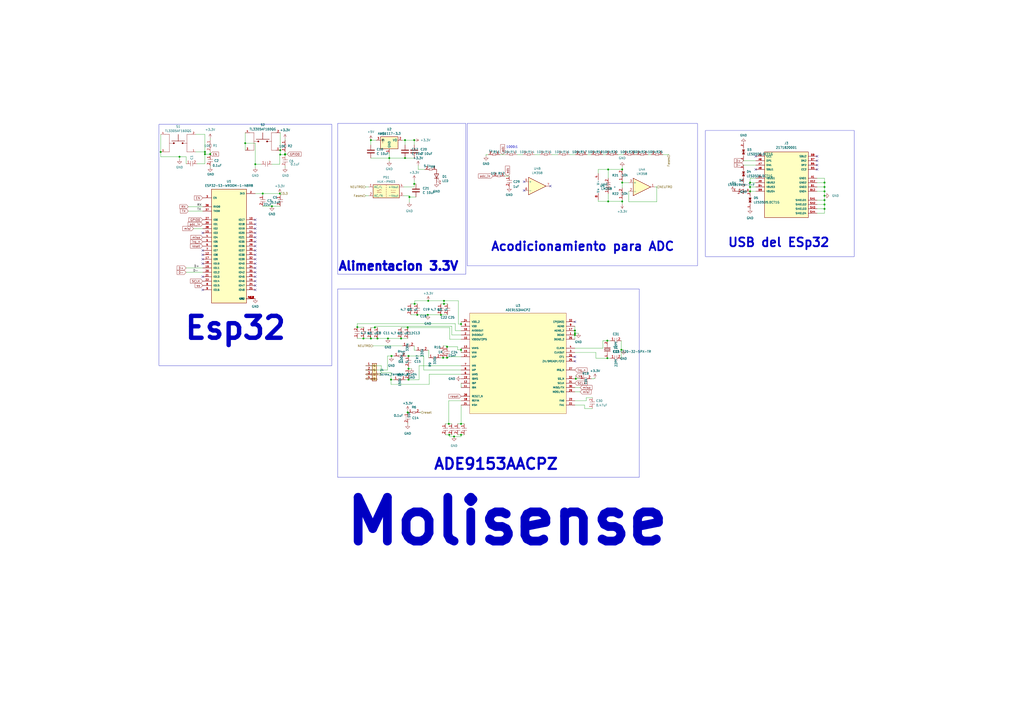
<source format=kicad_sch>
(kicad_sch (version 20230121) (generator eeschema)
  (paper "A2")
  (lib_symbols
    (symbol "1N5819HW-7-F:1N5819HW-7-F" (pin_names (offset 1.016))
      (property "Reference" "D" (at -5.08 2.54 0))
      (property "Value" "1N5819HW-7-F" (at -5.08 -3.81 0))
      (symbol "1N5819HW-7-F_0_0"
        (pin passive line (at -5.08 0 0) (length 2.54) (name "~") (number "A"))
        (pin passive line (at 5.08 0 180) (length 2.54) (name "~") (number "C"))
      )
    )
    (symbol "2171820001:2171820001" (pin_names (offset 1.016))
      (property "Reference" "J" (at -12.7 18.542 0))
      (property "Value" "2171820001" (at -12.7 -21.082 0))
      (symbol "2171820001_0_0"
        (pin power_in line (at 17.78 2.54 180) (length 5.08) (name "GND1") (number "A1"))
        (pin power_in line (at 17.78 0 180) (length 5.08) (name "GND2") (number "A12"))
        (pin power_in line (at -17.78 2.54 0) (length 5.08) (name "VBUS1") (number "A4"))
        (pin bidirectional line (at -17.78 15.24 0) (length 5.08) (name "CC1") (number "A5"))
        (pin bidirectional line (at -17.78 12.7 0) (length 5.08) (name "DP1") (number "A6"))
        (pin bidirectional line (at -17.78 10.16 0) (length 5.08) (name "DN1") (number "A7"))
        (pin bidirectional line (at -17.78 7.62 0) (length 5.08) (name "SBU1") (number "A8"))
        (pin power_in line (at -17.78 0 0) (length 5.08) (name "VBUS2") (number "A9"))
        (pin power_in line (at 17.78 -2.54 180) (length 5.08) (name "GND3") (number "B1"))
        (pin power_in line (at 17.78 -5.08 180) (length 5.08) (name "GND4") (number "B12"))
        (pin power_in line (at -17.78 -2.54 0) (length 5.08) (name "VBUS3") (number "B4"))
        (pin bidirectional line (at 17.78 7.62 180) (length 5.08) (name "CC2") (number "B5"))
        (pin bidirectional line (at 17.78 10.16 180) (length 5.08) (name "DP2") (number "B6"))
        (pin bidirectional line (at 17.78 12.7 180) (length 5.08) (name "DN2") (number "B7"))
        (pin bidirectional line (at 17.78 15.24 180) (length 5.08) (name "SBU2") (number "B8"))
        (pin power_in line (at -17.78 -5.08 0) (length 5.08) (name "VBUS4") (number "B9"))
        (pin passive line (at 17.78 -10.16 180) (length 5.08) (name "SHIELD1") (number "SH1"))
        (pin passive line (at 17.78 -12.7 180) (length 5.08) (name "SHIELD2") (number "SH2"))
        (pin passive line (at 17.78 -15.24 180) (length 5.08) (name "SHIELD3") (number "SH3"))
        (pin passive line (at 17.78 -17.78 180) (length 5.08) (name "SHIELD4") (number "SH4"))
      )
    )
    (symbol "ADE9153AACPZ:ADE9153AACPZ" (pin_names (offset 1.016))
      (property "Reference" "U" (at 30.8356 9.1186 0))
      (property "Value" "ADE9153AACPZ" (at 30.2006 6.5786 0))
      (symbol "ADE9153AACPZ_0_0"
        (pin passive line (at 68.58 -7.62 180) (length 5.08) (name "DGND") (number "1"))
        (pin passive line (at 2.54 -10.16 0) (length 5.08) (name "VDDOUT2P5") (number "10"))
        (pin passive line (at 2.54 -38.1 0) (length 5.08) (name "IBN") (number "11"))
        (pin passive line (at 2.54 -35.56 0) (length 5.08) (name "IBP") (number "12"))
        (pin passive line (at 2.54 -15.24 0) (length 5.08) (name "VAMS") (number "13"))
        (pin passive line (at 2.54 -20.32 0) (length 5.08) (name "VAP") (number "14"))
        (pin passive line (at 2.54 -17.78 0) (length 5.08) (name "VAN") (number "15"))
        (pin passive line (at 2.54 -5.08 0) (length 5.08) (name "AVDDOUT") (number "16"))
        (pin passive line (at 68.58 -5.08 180) (length 5.08) (name "AGND_2") (number "17"))
        (pin passive line (at 2.54 -45.72 0) (length 5.08) (name "REFIN") (number "18"))
        (pin passive line (at 2.54 -33.02 0) (length 5.08) (name "IBMS") (number "19"))
        (pin passive line (at 2.54 -7.62 0) (length 5.08) (name "DVDDOUT") (number "2"))
        (pin passive line (at 68.58 -10.16 180) (length 5.08) (name "DGND_2") (number "20"))
        (pin passive line (at 2.54 -48.26 0) (length 5.08) (name "MSH") (number "21"))
        (pin passive line (at 68.58 -48.26 180) (length 5.08) (name "FA1") (number "22"))
        (pin passive line (at 68.58 -45.72 180) (length 5.08) (name "FA0") (number "23"))
        (pin passive line (at 2.54 0 0) (length 5.08) (name "VDD_2") (number "24"))
        (pin passive line (at 68.58 -22.86 180) (length 5.08) (name "ZX/DREADY/CF2") (number "25"))
        (pin passive line (at 68.58 -20.32 180) (length 5.08) (name "CF1") (number "26"))
        (pin passive line (at 68.58 -27.94 180) (length 5.08) (name "IRQ_N") (number "27"))
        (pin passive line (at 2.54 -43.18 0) (length 5.08) (name "RESET_N") (number "28"))
        (pin passive line (at 68.58 -40.64 180) (length 5.08) (name "MOSI/RX") (number "29"))
        (pin passive line (at 68.58 -17.78 180) (length 5.08) (name "CLKOUT") (number "3"))
        (pin passive line (at 68.58 -38.1 180) (length 5.08) (name "MISO/TX") (number "30"))
        (pin passive line (at 68.58 -35.56 180) (length 5.08) (name "SCLK") (number "31"))
        (pin passive line (at 68.58 -33.02 180) (length 5.08) (name "SS_N") (number "32"))
        (pin passive line (at 68.58 0 180) (length 5.08) (name "EP(GND)") (number "33"))
        (pin passive line (at 68.58 -15.24 180) (length 5.08) (name "CLKIN") (number "4"))
        (pin passive line (at 2.54 -2.54 0) (length 5.08) (name "VDD") (number "5"))
        (pin passive line (at 2.54 -30.48 0) (length 5.08) (name "IAMS") (number "6"))
        (pin passive line (at 2.54 -25.4 0) (length 5.08) (name "IAN") (number "7"))
        (pin passive line (at 2.54 -27.94 0) (length 5.08) (name "IAP") (number "8"))
        (pin passive line (at 68.58 -2.54 180) (length 5.08) (name "AGND") (number "9"))
      )
    )
    (symbol "Amplifier_Operational:LM358" (pin_names (offset 0.127))
      (property "Reference" "U" (at 0 5.08 0))
      (property "Value" "LM358" (at 0 -5.08 0))
      (symbol "LM358_1_1"
        (pin output line (at 7.62 0 180) (length 2.54) (name "~") (number "1"))
        (pin input line (at -7.62 -2.54 0) (length 2.54) (name "-") (number "2"))
        (pin input line (at -7.62 2.54 0) (length 2.54) (name "+") (number "3"))
      )
      (symbol "LM358_2_1"
        (pin input line (at -7.62 2.54 0) (length 2.54) (name "+") (number "5"))
        (pin input line (at -7.62 -2.54 0) (length 2.54) (name "-") (number "6"))
        (pin output line (at 7.62 0 180) (length 2.54) (name "~") (number "7"))
      )
      (symbol "LM358_3_1"
        (pin power_in line (at -2.54 -7.62 90) (length 3.81) (name "V-") (number "4"))
        (pin power_in line (at -2.54 7.62 270) (length 3.81) (name "V+") (number "8"))
      )
    )
    (symbol "Connector:Screw_Terminal_01x04" (pin_names (offset 1.016) hide)
      (property "Reference" "J" (at 0 5.08 0))
      (property "Value" "Screw_Terminal_01x04" (at 0 -7.62 0))
      (symbol "Screw_Terminal_01x04_1_1"
        (pin passive line (at -5.08 2.54 0) (length 3.81) (name "Pin_1") (number "1"))
        (pin passive line (at -5.08 0 0) (length 3.81) (name "Pin_2") (number "2"))
        (pin passive line (at -5.08 -2.54 0) (length 3.81) (name "Pin_3") (number "3"))
        (pin passive line (at -5.08 -5.08 0) (length 3.81) (name "Pin_4") (number "4"))
      )
    )
    (symbol "Converter_ACDC:HLK-PM03"
      (property "Reference" "PS" (at 0 5.08 0))
      (property "Value" "HLK-PM03" (at 0 -5.08 0))
      (symbol "HLK-PM03_1_1"
        (pin power_in line (at -10.16 2.54 0) (length 2.54) (name "AC/L") (number "1"))
        (pin power_in line (at -10.16 -2.54 0) (length 2.54) (name "AC/N") (number "2"))
        (pin power_out line (at 10.16 -2.54 180) (length 2.54) (name "-Vout") (number "3"))
        (pin power_out line (at 10.16 2.54 180) (length 2.54) (name "+Vout") (number "4"))
      )
    )
    (symbol "Device:C" (pin_numbers hide) (pin_names (offset 0.254))
      (property "Reference" "C" (at 0.635 2.54 0))
      (property "Value" "C" (at 0.635 -2.54 0))
      (symbol "C_1_1"
        (pin passive line (at 0 3.81 270) (length 2.794) (name "~") (number "1"))
        (pin passive line (at 0 -3.81 90) (length 2.794) (name "~") (number "2"))
      )
    )
    (symbol "Device:LED" (pin_numbers hide) (pin_names (offset 1.016) hide)
      (property "Reference" "D" (at 0 2.54 0))
      (property "Value" "LED" (at 0 -2.54 0))
      (symbol "LED_1_1"
        (pin passive line (at -3.81 0 0) (length 2.54) (name "K") (number "1"))
        (pin passive line (at 3.81 0 180) (length 2.54) (name "A") (number "2"))
      )
    )
    (symbol "ECS-120-32-5PX-TR:ECS-120-32-5PX-TR" (pin_names (offset 1.016))
      (property "Reference" "Y" (at -5.0869 3.8152 0))
      (property "Value" "ECS-120-32-5PX-TR" (at -5.0903 -5.0903 0))
      (symbol "ECS-120-32-5PX-TR_0_0"
        (pin passive line (at -5.08 0 0) (length 2.54) (name "~") (number "1"))
        (pin passive line (at 5.08 0 180) (length 2.54) (name "~") (number "2"))
      )
    )
    (symbol "ESP32-S3-WROOM-1-N8R8:ESP32-S3-WROOM-1-N8R8" (pin_names (offset 1.016))
      (property "Reference" "U" (at -10.16 34.1122 0))
      (property "Value" "ESP32-S3-WROOM-1-N8R8" (at -10.16 -35.56 0))
      (symbol "ESP32-S3-WROOM-1-N8R8_0_0"
        (pin power_in line (at 15.24 -30.48 180) (length 5.08) (name "GND") (number "1"))
        (pin bidirectional line (at 15.24 15.24 180) (length 5.08) (name "IO17") (number "10"))
        (pin bidirectional line (at 15.24 12.7 180) (length 5.08) (name "IO18") (number "11"))
        (pin bidirectional line (at -15.24 -5.08 0) (length 5.08) (name "IO8") (number "12"))
        (pin bidirectional line (at 15.24 10.16 180) (length 5.08) (name "IO19") (number "13"))
        (pin bidirectional line (at 15.24 7.62 180) (length 5.08) (name "IO20") (number "14"))
        (pin bidirectional line (at -15.24 7.62 0) (length 5.08) (name "IO3") (number "15"))
        (pin bidirectional line (at 15.24 -20.32 180) (length 5.08) (name "IO46") (number "16"))
        (pin bidirectional line (at -15.24 -7.62 0) (length 5.08) (name "IO9") (number "17"))
        (pin bidirectional line (at -15.24 -10.16 0) (length 5.08) (name "IO10") (number "18"))
        (pin bidirectional line (at -15.24 -12.7 0) (length 5.08) (name "IO11") (number "19"))
        (pin power_in line (at 15.24 30.48 180) (length 5.08) (name "3V3") (number "2"))
        (pin bidirectional line (at -15.24 -15.24 0) (length 5.08) (name "IO12") (number "20"))
        (pin bidirectional line (at -15.24 -17.78 0) (length 5.08) (name "IO13") (number "21"))
        (pin bidirectional line (at -15.24 -20.32 0) (length 5.08) (name "IO14") (number "22"))
        (pin bidirectional line (at 15.24 5.08 180) (length 5.08) (name "IO21") (number "23"))
        (pin bidirectional line (at 15.24 -22.86 180) (length 5.08) (name "IO47") (number "24"))
        (pin bidirectional line (at 15.24 -25.4 180) (length 5.08) (name "IO48") (number "25"))
        (pin bidirectional line (at 15.24 -17.78 180) (length 5.08) (name "IO45") (number "26"))
        (pin bidirectional line (at -15.24 15.24 0) (length 5.08) (name "IO0") (number "27"))
        (pin bidirectional line (at 15.24 2.54 180) (length 5.08) (name "IO35") (number "28"))
        (pin bidirectional line (at 15.24 0 180) (length 5.08) (name "IO36") (number "29"))
        (pin input line (at -15.24 27.94 0) (length 5.08) (name "EN") (number "3"))
        (pin bidirectional line (at 15.24 -2.54 180) (length 5.08) (name "IO37") (number "30"))
        (pin bidirectional line (at 15.24 -5.08 180) (length 5.08) (name "IO38") (number "31"))
        (pin bidirectional line (at 15.24 -7.62 180) (length 5.08) (name "IO39") (number "32"))
        (pin bidirectional line (at 15.24 -10.16 180) (length 5.08) (name "IO40") (number "33"))
        (pin bidirectional line (at 15.24 -12.7 180) (length 5.08) (name "IO41") (number "34"))
        (pin bidirectional line (at 15.24 -15.24 180) (length 5.08) (name "IO42") (number "35"))
        (pin bidirectional line (at -15.24 22.86 0) (length 5.08) (name "RXD0") (number "36"))
        (pin bidirectional line (at -15.24 20.32 0) (length 5.08) (name "TXD0") (number "37"))
        (pin bidirectional line (at -15.24 10.16 0) (length 5.08) (name "IO2") (number "38"))
        (pin bidirectional line (at -15.24 12.7 0) (length 5.08) (name "IO1") (number "39"))
        (pin bidirectional line (at -15.24 5.08 0) (length 5.08) (name "IO4") (number "4"))
        (pin power_in line (at 15.24 -30.48 180) (length 5.08) (name "GND") (number "40"))
        (pin power_in line (at 15.24 -30.48 180) (length 5.08) (name "GND") (number "41_1"))
        (pin power_in line (at 15.24 -30.48 180) (length 5.08) (name "GND") (number "41_2"))
        (pin power_in line (at 15.24 -30.48 180) (length 5.08) (name "GND") (number "41_3"))
        (pin power_in line (at 15.24 -30.48 180) (length 5.08) (name "GND") (number "41_4"))
        (pin power_in line (at 15.24 -30.48 180) (length 5.08) (name "GND") (number "41_5"))
        (pin power_in line (at 15.24 -30.48 180) (length 5.08) (name "GND") (number "41_6"))
        (pin power_in line (at 15.24 -30.48 180) (length 5.08) (name "GND") (number "41_7"))
        (pin power_in line (at 15.24 -30.48 180) (length 5.08) (name "GND") (number "41_8"))
        (pin power_in line (at 15.24 -30.48 180) (length 5.08) (name "GND") (number "41_9"))
        (pin bidirectional line (at -15.24 2.54 0) (length 5.08) (name "IO5") (number "5"))
        (pin bidirectional line (at -15.24 0 0) (length 5.08) (name "IO6") (number "6"))
        (pin bidirectional line (at -15.24 -2.54 0) (length 5.08) (name "IO7") (number "7"))
        (pin bidirectional line (at -15.24 -22.86 0) (length 5.08) (name "IO15") (number "8"))
        (pin bidirectional line (at -15.24 -25.4 0) (length 5.08) (name "IO16") (number "9"))
      )
    )
    (symbol "Interface_Ethernet:Capacitor_Ceramico"
      (property "Reference" "C" (at 0 0 0))
      (symbol "Capacitor_Ceramico_1_1"
        (pin input line (at 2.794 3.302 270) (length 2.54) (name "") (number "1"))
        (pin input line (at 2.794 -3.048 90) (length 2.54) (name "") (number "2"))
      )
    )
    (symbol "LESD5D5.0CT1G:LESD5D5.0CT1G" (pin_names (offset 1.016))
      (property "Reference" "D" (at -5.08 2.54 0))
      (property "Value" "LESD5D5.0CT1G" (at -5.08 -5.08 0))
      (symbol "LESD5D5.0CT1G_0_0"
        (pin passive line (at -5.08 0 0) (length 2.54) (name "~") (number "1"))
        (pin passive line (at 5.08 0 180) (length 2.54) (name "~") (number "2"))
      )
    )
    (symbol "New_Library:Diodos_de_los_supresores/TVS_del_ESD_DE_3.3V"
      (property "Reference" "U" (at -3.81 -1.27 0))
      (symbol "Diodos_de_los_supresores/TVS_del_ESD_DE_3.3V_1_1"
        (pin input line (at 0 2.54 270) (length 2.54) (name "") (number "1"))
        (pin input line (at 0 -6.35 90) (length 2.54) (name "") (number "2"))
      )
    )
    (symbol "New_Library_0:R"
      (property "Reference" "R" (at 0 0 0))
      (symbol "R_1_1"
        (pin input line (at 1.524 3.556 270) (length 2.54) (name "") (number "1"))
        (pin input line (at 1.524 -3.302 90) (length 2.54) (name "") (number "2"))
      )
    )
    (symbol "Regulator_Linear:AMS1117-3.3"
      (property "Reference" "U" (at -3.81 3.175 0))
      (property "Value" "AMS1117-3.3" (at 0 3.175 0))
      (symbol "AMS1117-3.3_1_1"
        (pin power_in line (at 0 -7.62 90) (length 2.54) (name "GND") (number "1"))
        (pin power_out line (at 7.62 0 180) (length 2.54) (name "VO") (number "2"))
        (pin power_in line (at -7.62 0 0) (length 2.54) (name "VI") (number "3"))
      )
    )
    (symbol "TL3305AF160QG:TL3305AF160QG" (pin_names (offset 1.016))
      (property "Reference" "S" (at -5.08 8.89 0))
      (property "Value" "TL3305AF160QG" (at -5.08 -7.62 0))
      (symbol "TL3305AF160QG_0_0"
        (pin passive line (at 10.16 -5.08 180) (length 2.54) (name "~") (number "1"))
        (pin passive line (at 10.16 5.08 180) (length 2.54) (name "~") (number "2"))
        (pin passive line (at -10.16 -5.08 0) (length 2.54) (name "~") (number "3"))
        (pin passive line (at -10.16 5.08 0) (length 2.54) (name "~") (number "4"))
      )
    )
    (symbol "power:+3.3V" (power) (pin_names (offset 0))
      (property "Value" "+3.3V" (at 0 3.556 0))
      (symbol "+3.3V_1_1"
        (pin power_in line (at 0 0 90) (length 0) hide (name "+3.3V") (number "1"))
      )
    )
    (symbol "power:+5V" (power) (pin_names (offset 0))
      (property "Value" "+5V" (at 0 3.556 0))
      (symbol "+5V_1_1"
        (pin power_in line (at 0 0 90) (length 0) hide (name "+5V") (number "1"))
      )
    )
    (symbol "power:GND" (power) (pin_names (offset 0))
      (property "Value" "GND" (at 0 -3.81 0))
      (symbol "GND_1_1"
        (pin power_in line (at 0 0 270) (length 0) hide (name "GND") (number "1"))
      )
    )
  )
  (junction (at 267.462 187.96))
  (junction (at 234.95 91.694))
  (junction (at 255.778 182.626))
  (junction (at 260.604 252.222))
  (junction (at 333.502 193.294))
  (junction (at 162.56 89.662))
  (junction (at 435.102 108.458))
  (junction (at 232.664 196.342))
  (junction (at 236.982 220.218))
  (junction (at 333.502 194.31))
  (junction (at 478.282 108.458))
  (junction (at 352.298 197.612))
  (junction (at 157.734 119.634))
  (junction (at 142.24 83.058))
  (junction (at 217.424 189.992))
  (junction (at 148.082 95.25))
  (junction (at 267.462 252.222))
  (junction (at 162.306 112.268))
  (junction (at 478.282 118.618))
  (junction (at 237.49 114.3))
  (junction (at 218.948 196.342))
  (junction (at 118.872 89.408))
  (junction (at 260.35 245.872))
  (junction (at 118.872 88.138))
  (junction (at 352.806 98.298))
  (junction (at 226.822 220.218))
  (junction (at 210.82 196.342))
  (junction (at 478.282 116.078))
  (junction (at 215.138 81.28))
  (junction (at 227.076 206.502))
  (junction (at 360.426 202.946))
  (junction (at 267.462 245.872))
  (junction (at 240.284 81.28))
  (junction (at 121.92 89.408))
  (junction (at 248.158 182.626))
  (junction (at 360.934 105.918))
  (junction (at 334.01 219.71))
  (junction (at 225.044 196.342))
  (junction (at 478.282 113.538))
  (junction (at 162.56 87.122))
  (junction (at 259.334 201.168))
  (junction (at 435.102 110.998))
  (junction (at 236.474 189.992))
  (junction (at 236.982 206.502))
  (junction (at 259.334 207.518))
  (junction (at 236.982 213.868))
  (junction (at 152.4 112.268))
  (junction (at 360.934 98.298))
  (junction (at 242.062 182.626))
  (junction (at 207.264 189.738))
  (junction (at 478.282 121.158))
  (junction (at 234.95 81.28))
  (junction (at 333.502 191.77))
  (junction (at 263.398 253.238))
  (junction (at 257.556 174.498))
  (junction (at 352.806 116.84))
  (junction (at 267.462 202.946))
  (junction (at 257.048 207.518))
  (junction (at 435.102 105.918))
  (junction (at 104.14 90.932))
  (junction (at 215.138 196.342))
  (junction (at 225.806 91.694))
  (junction (at 352.298 207.772))
  (junction (at 236.474 239.268))
  (junction (at 240.284 106.68))
  (junction (at 165.354 89.662))
  (junction (at 165.354 89.408))
  (junction (at 93.218 88.138))
  (junction (at 257.556 176.276))
  (junction (at 360.934 116.84))
  (junction (at 248.412 174.498))
  (junction (at 240.538 176.276))
  (junction (at 478.282 105.918))
  (junction (at 478.282 110.998))
  (no_connect (at 148.082 137.668))
  (no_connect (at 319.278 107.95))
  (no_connect (at 148.082 160.528))
  (no_connect (at 333.502 186.69))
  (no_connect (at 148.082 127.508))
  (no_connect (at 333.502 209.55))
  (no_connect (at 473.964 95.758))
  (no_connect (at 148.082 165.608))
  (no_connect (at 304.038 110.49))
  (no_connect (at 148.082 150.368))
  (no_connect (at 148.082 132.588))
  (no_connect (at 148.082 157.988))
  (no_connect (at 117.602 147.828))
  (no_connect (at 148.082 135.128))
  (no_connect (at 473.964 98.298))
  (no_connect (at 148.082 142.748))
  (no_connect (at 304.038 105.41))
  (no_connect (at 148.082 155.448))
  (no_connect (at 148.082 130.048))
  (no_connect (at 117.602 135.128))
  (no_connect (at 333.502 207.01))
  (no_connect (at 117.602 150.368))
  (no_connect (at 117.602 160.528))
  (no_connect (at 117.602 145.288))
  (no_connect (at 438.404 98.298))
  (no_connect (at 148.082 140.208))
  (no_connect (at 117.602 168.148))
  (no_connect (at 148.082 147.828))
  (no_connect (at 473.964 90.678))
  (no_connect (at 117.602 152.908))
  (no_connect (at 148.082 145.288))
  (no_connect (at 148.082 152.908))
  (no_connect (at 148.082 163.068))
  (no_connect (at 148.082 168.148))
  (no_connect (at 438.404 90.678))
  (no_connect (at 473.964 93.218))
  (wire (pts (xy 225.806 91.694) (xy 234.95 91.694)))
  (wire (pts (xy 142.24 76.962) (xy 142.24 83.058)))
  (wire (pts (xy 360.934 105.918) (xy 364.744 105.918)))
  (wire (pts (xy 290.068 89.662) (xy 293.116 89.662)))
  (wire (pts (xy 349.758 89.662) (xy 351.536 89.662)))
  (wire (pts (xy 242.57 98.298) (xy 246.38 98.298)))
  (wire (pts (xy 264.16 191.77) (xy 267.462 191.77)))
  (wire (pts (xy 248.92 217.17) (xy 267.462 217.17)))
  (wire (pts (xy 473.964 103.378) (xy 478.282 103.378)))
  (wire (pts (xy 152.4 112.268) (xy 152.4 113.284)))
  (wire (pts (xy 265.43 201.168) (xy 265.43 202.946)))
  (wire (pts (xy 344.678 219.71) (xy 343.154 219.71)))
  (wire (pts (xy 118.872 89.408) (xy 121.92 89.408)))
  (wire (pts (xy 240.538 176.276) (xy 242.062 176.276)))
  (wire (pts (xy 162.306 89.662) (xy 162.306 95.25)))
  (wire (pts (xy 212.09 212.09) (xy 221.234 212.09)))
  (wire (pts (xy 215.138 81.28) (xy 215.138 84.074)))
  (wire (pts (xy 364.744 110.998) (xy 364.744 117.094)))
  (wire (pts (xy 431.292 93.218) (xy 438.404 93.218)))
  (wire (pts (xy 431.292 95.758) (xy 438.404 95.758)))
  (wire (pts (xy 260.858 189.992) (xy 260.858 196.85)))
  (wire (pts (xy 212.09 113.538) (xy 213.868 113.538)))
  (wire (pts (xy 257.048 200.66) (xy 259.334 200.66)))
  (wire (pts (xy 248.158 203.2) (xy 248.666 203.2)))
  (wire (pts (xy 265.43 252.222) (xy 267.462 252.222)))
  (wire (pts (xy 258.318 252.222) (xy 260.604 252.222)))
  (wire (pts (xy 242.062 182.626) (xy 248.158 182.626)))
  (wire (pts (xy 112.268 132.588) (xy 117.602 132.588)))
  (wire (pts (xy 240.284 200.66) (xy 240.284 203.2)))
  (wire (pts (xy 259.334 200.66) (xy 259.334 201.168)))
  (wire (pts (xy 360.934 108.966) (xy 360.934 105.918)))
  (wire (pts (xy 207.264 196.088) (xy 207.264 196.342)))
  (wire (pts (xy 259.334 201.168) (xy 265.43 201.168)))
  (wire (pts (xy 478.282 103.378) (xy 478.282 105.918)))
  (wire (pts (xy 238.252 176.276) (xy 240.538 176.276)))
  (wire (pts (xy 121.92 87.884) (xy 121.92 89.408)))
  (wire (pts (xy 260.35 232.41) (xy 267.462 232.41)))
  (wire (pts (xy 235.966 191.262) (xy 236.474 191.262)))
  (wire (pts (xy 236.474 245.618) (xy 236.474 246.126)))
  (wire (pts (xy 93.218 77.978) (xy 93.218 88.138)))
  (wire (pts (xy 364.744 117.094) (xy 381 117.094)))
  (wire (pts (xy 473.964 110.998) (xy 478.282 110.998)))
  (wire (pts (xy 435.102 108.458) (xy 435.102 110.998)))
  (wire (pts (xy 215.138 196.342) (xy 218.948 196.342)))
  (wire (pts (xy 165.354 89.662) (xy 165.354 90.17)))
  (wire (pts (xy 265.43 202.946) (xy 267.462 202.946)))
  (wire (pts (xy 361.696 202.946) (xy 360.426 202.946)))
  (wire (pts (xy 210.82 196.088) (xy 210.82 196.342)))
  (wire (pts (xy 267.462 187.96) (xy 267.462 189.23)))
  (wire (pts (xy 236.982 206.502) (xy 245.872 206.502)))
  (wire (pts (xy 330.454 89.662) (xy 333.756 89.662)))
  (wire (pts (xy 107.95 90.932) (xy 104.14 90.932)))
  (wire (pts (xy 207.264 187.706) (xy 264.16 187.706)))
  (wire (pts (xy 260.096 207.518) (xy 259.334 207.518)))
  (wire (pts (xy 352.298 207.772) (xy 345.694 207.772)))
  (wire (pts (xy 360.934 116.84) (xy 360.934 115.824)))
  (wire (pts (xy 263.398 253.238) (xy 267.462 253.238)))
  (wire (pts (xy 333.502 234.95) (xy 339.09 234.95)))
  (wire (pts (xy 340.106 232.41) (xy 340.106 230.632)))
  (wire (pts (xy 152.4 119.634) (xy 157.734 119.634)))
  (wire (pts (xy 240.284 106.68) (xy 241.3 106.68)))
  (wire (pts (xy 352.806 98.298) (xy 352.806 103.378)))
  (wire (pts (xy 360.934 98.298) (xy 352.806 98.298)))
  (wire (pts (xy 121.92 97.028) (xy 121.92 96.266)))
  (wire (pts (xy 310.134 89.662) (xy 313.182 89.662)))
  (wire (pts (xy 360.934 118.364) (xy 360.934 116.84)))
  (wire (pts (xy 354.076 207.772) (xy 352.298 207.772)))
  (wire (pts (xy 260.604 252.222) (xy 262.128 252.222)))
  (wire (pts (xy 240.284 203.2) (xy 241.3 203.2)))
  (wire (pts (xy 346.964 116.84) (xy 352.806 116.84)))
  (wire (pts (xy 473.964 121.158) (xy 478.282 121.158)))
  (wire (pts (xy 225.806 91.694) (xy 225.806 93.472)))
  (wire (pts (xy 211.074 196.088) (xy 210.82 196.088)))
  (wire (pts (xy 215.138 189.992) (xy 217.424 189.992)))
  (wire (pts (xy 473.964 108.458) (xy 478.282 108.458)))
  (wire (pts (xy 240.284 81.28) (xy 234.95 81.28)))
  (wire (pts (xy 109.22 119.888) (xy 117.602 119.888)))
  (wire (pts (xy 473.964 116.078) (xy 478.282 116.078)))
  (wire (pts (xy 262.128 194.31) (xy 267.462 194.31)))
  (wire (pts (xy 240.284 104.394) (xy 240.284 106.68)))
  (wire (pts (xy 240.538 174.498) (xy 240.538 176.276)))
  (wire (pts (xy 267.462 201.93) (xy 267.462 202.946)))
  (wire (pts (xy 260.096 207.01) (xy 260.096 207.518)))
  (wire (pts (xy 218.948 196.342) (xy 225.044 196.342)))
  (wire (pts (xy 224.79 206.502) (xy 224.79 214.63)))
  (wire (pts (xy 113.538 77.978) (xy 118.872 77.978)))
  (wire (pts (xy 157.734 119.634) (xy 162.56 119.634)))
  (wire (pts (xy 225.806 88.9) (xy 225.806 91.694)))
  (wire (pts (xy 478.282 113.538) (xy 478.282 116.078)))
  (wire (pts (xy 217.424 189.992) (xy 218.948 189.992)))
  (wire (pts (xy 478.282 110.998) (xy 478.282 113.538)))
  (wire (pts (xy 265.938 174.498) (xy 265.938 187.96)))
  (wire (pts (xy 267.462 245.872) (xy 269.24 245.872)))
  (wire (pts (xy 257.556 174.498) (xy 265.938 174.498)))
  (wire (pts (xy 349.758 197.612) (xy 352.298 197.612)))
  (wire (pts (xy 381 108.458) (xy 381 117.094)))
  (wire (pts (xy 240.284 106.68) (xy 240.284 108.458)))
  (wire (pts (xy 260.35 232.41) (xy 260.35 245.872)))
  (wire (pts (xy 346.964 98.298) (xy 352.806 98.298)))
  (wire (pts (xy 238.76 213.868) (xy 236.982 213.868)))
  (wire (pts (xy 107.95 94.996) (xy 107.95 90.932)))
  (wire (pts (xy 226.822 220.218) (xy 228.346 220.218)))
  (wire (pts (xy 234.95 91.694) (xy 240.284 91.694)))
  (wire (pts (xy 226.822 223.012) (xy 226.822 220.218)))
  (wire (pts (xy 236.982 213.868) (xy 236.982 212.852)))
  (wire (pts (xy 375.92 89.662) (xy 377.698 89.662)))
  (wire (pts (xy 104.14 90.932) (xy 104.14 92.456)))
  (wire (pts (xy 381 108.458) (xy 379.984 108.458)))
  (wire (pts (xy 267.462 234.95) (xy 267.462 245.872)))
  (wire (pts (xy 93.218 88.138) (xy 93.218 90.932)))
  (wire (pts (xy 237.49 117.348) (xy 237.49 114.3)))
  (wire (pts (xy 352.298 197.612) (xy 354.076 197.612)))
  (wire (pts (xy 435.102 105.918) (xy 435.102 108.458)))
  (wire (pts (xy 240.538 174.498) (xy 248.412 174.498)))
  (wire (pts (xy 207.264 189.738) (xy 207.264 187.706)))
  (wire (pts (xy 248.92 223.012) (xy 248.92 217.17)))
  (wire (pts (xy 235.204 220.218) (xy 236.982 220.218)))
  (wire (pts (xy 346.964 100.584) (xy 346.964 98.298)))
  (wire (pts (xy 152.4 112.268) (xy 162.306 112.268)))
  (wire (pts (xy 234.95 81.28) (xy 234.95 84.074)))
  (wire (pts (xy 345.694 207.772) (xy 345.694 204.47)))
  (wire (pts (xy 320.04 89.662) (xy 323.596 89.662)))
  (wire (pts (xy 336.296 219.71) (xy 334.01 219.71)))
  (wire (pts (xy 107.95 155.448) (xy 117.602 155.448)))
  (wire (pts (xy 333.502 224.79) (xy 336.55 224.79)))
  (wire (pts (xy 267.462 222.25) (xy 267.462 224.79)))
  (wire (pts (xy 255.778 176.276) (xy 257.556 176.276)))
  (wire (pts (xy 216.408 200.66) (xy 233.426 200.66)))
  (wire (pts (xy 333.502 191.77) (xy 333.502 193.294)))
  (wire (pts (xy 358.394 89.662) (xy 361.696 89.662)))
  (wire (pts (xy 243.078 212.09) (xy 267.462 212.09)))
  (wire (pts (xy 248.412 174.498) (xy 257.556 174.498)))
  (wire (pts (xy 333.502 201.93) (xy 349.758 201.93)))
  (wire (pts (xy 215.138 91.694) (xy 225.806 91.694)))
  (wire (pts (xy 345.186 219.456) (xy 344.678 219.456)))
  (wire (pts (xy 221.234 212.09) (xy 221.234 216.154)))
  (wire (pts (xy 165.354 97.282) (xy 165.354 96.52)))
  (wire (pts (xy 333.502 193.294) (xy 335.534 193.294)))
  (wire (pts (xy 255.524 207.518) (xy 257.048 207.518)))
  (wire (pts (xy 162.306 95.25) (xy 157.734 95.25)))
  (wire (pts (xy 113.538 88.138) (xy 118.872 88.138)))
  (wire (pts (xy 121.92 80.264) (xy 121.92 81.026)))
  (wire (pts (xy 162.56 87.122) (xy 162.56 89.662)))
  (wire (pts (xy 234.188 113.538) (xy 237.49 113.538)))
  (wire (pts (xy 473.964 118.618) (xy 478.282 118.618)))
  (wire (pts (xy 237.49 114.3) (xy 241.3 114.3)))
  (wire (pts (xy 360.934 105.918) (xy 360.934 105.156)))
  (wire (pts (xy 333.502 193.294) (xy 333.502 194.31)))
  (wire (pts (xy 267.462 202.946) (xy 267.462 204.47)))
  (wire (pts (xy 166.624 89.408) (xy 165.354 89.408)))
  (wire (pts (xy 148.082 112.268) (xy 152.4 112.268)))
  (wire (pts (xy 260.604 253.238) (xy 263.398 253.238)))
  (wire (pts (xy 267.462 253.238) (xy 267.462 252.222)))
  (wire (pts (xy 260.858 196.85) (xy 267.462 196.85)))
  (wire (pts (xy 148.082 97.282) (xy 148.082 95.25)))
  (wire (pts (xy 478.282 116.078) (xy 478.282 118.618)))
  (wire (pts (xy 162.56 89.662) (xy 165.354 89.662)))
  (wire (pts (xy 258.318 245.872) (xy 260.35 245.872)))
  (wire (pts (xy 207.264 196.342) (xy 210.82 196.342)))
  (wire (pts (xy 148.082 95.25) (xy 151.384 95.25)))
  (wire (pts (xy 260.604 253.238) (xy 260.604 252.222)))
  (wire (pts (xy 478.282 108.458) (xy 478.282 110.998)))
  (wire (pts (xy 339.09 234.95) (xy 339.09 236.982)))
  (wire (pts (xy 107.95 157.988) (xy 117.602 157.988)))
  (wire (pts (xy 438.404 103.378) (xy 435.102 103.378)))
  (wire (pts (xy 340.614 89.662) (xy 342.9 89.662)))
  (wire (pts (xy 265.43 245.872) (xy 267.462 245.872)))
  (wire (pts (xy 435.102 108.458) (xy 438.404 108.458)))
  (wire (pts (xy 236.474 191.262) (xy 236.474 189.992)))
  (wire (pts (xy 333.502 227.33) (xy 336.55 227.33)))
  (wire (pts (xy 473.964 105.918) (xy 478.282 105.918)))
  (wire (pts (xy 242.57 96.012) (xy 242.57 98.298)))
  (wire (pts (xy 435.102 110.998) (xy 438.404 110.998)))
  (wire (pts (xy 344.678 219.71) (xy 344.678 219.456)))
  (wire (pts (xy 245.872 214.63) (xy 245.872 206.502)))
  (wire (pts (xy 236.474 238.252) (xy 236.474 239.268)))
  (wire (pts (xy 352.806 112.268) (xy 352.806 116.84)))
  (wire (pts (xy 346.964 115.824) (xy 346.964 116.84)))
  (wire (pts (xy 260.35 245.872) (xy 262.128 245.872)))
  (wire (pts (xy 218.186 81.28) (xy 215.138 81.28)))
  (wire (pts (xy 435.102 105.918) (xy 438.404 105.918)))
  (wire (pts (xy 118.872 77.978) (xy 118.872 88.138)))
  (wire (pts (xy 473.964 123.698) (xy 478.282 123.698)))
  (wire (pts (xy 212.09 214.63) (xy 224.79 214.63)))
  (wire (pts (xy 225.044 196.342) (xy 232.664 196.342)))
  (wire (pts (xy 162.56 76.962) (xy 162.56 87.122)))
  (wire (pts (xy 340.106 230.632) (xy 343.662 230.632)))
  (wire (pts (xy 435.102 103.378) (xy 435.102 105.918)))
  (wire (pts (xy 360.426 197.612) (xy 360.426 202.946)))
  (wire (pts (xy 121.92 89.408) (xy 121.92 89.916)))
  (wire (pts (xy 281.94 89.662) (xy 283.21 89.662)))
  (wire (pts (xy 162.306 89.662) (xy 162.56 89.662)))
  (wire (pts (xy 109.22 122.428) (xy 117.602 122.428)))
  (wire (pts (xy 333.502 232.41) (xy 340.106 232.41)))
  (wire (pts (xy 221.234 216.154) (xy 226.822 216.154)))
  (wire (pts (xy 212.09 108.458) (xy 213.868 108.458)))
  (wire (pts (xy 226.822 223.012) (xy 248.92 223.012)))
  (wire (pts (xy 267.462 186.69) (xy 267.462 187.96)))
  (wire (pts (xy 345.694 204.47) (xy 333.502 204.47)))
  (wire (pts (xy 118.872 88.138) (xy 118.872 89.408)))
  (wire (pts (xy 267.462 252.222) (xy 269.24 252.222)))
  (wire (pts (xy 226.822 216.154) (xy 226.822 220.218)))
  (wire (pts (xy 259.334 207.518) (xy 257.048 207.518)))
  (wire (pts (xy 339.09 236.982) (xy 343.662 236.982)))
  (wire (pts (xy 243.078 220.218) (xy 236.982 220.218)))
  (wire (pts (xy 333.502 189.23) (xy 333.502 191.77)))
  (wire (pts (xy 244.094 239.268) (xy 243.586 239.268)))
  (wire (pts (xy 118.872 89.408) (xy 118.872 94.996)))
  (wire (pts (xy 255.778 182.626) (xy 259.588 182.626)))
  (wire (pts (xy 227.076 206.502) (xy 228.6 206.502)))
  (wire (pts (xy 478.282 118.618) (xy 478.282 121.158)))
  (wire (pts (xy 237.49 114.3) (xy 237.49 113.538)))
  (wire (pts (xy 292.862 102.108) (xy 295.402 102.108)))
  (wire (pts (xy 267.462 214.63) (xy 245.872 214.63)))
  (wire (pts (xy 148.082 83.058) (xy 142.24 83.058)))
  (wire (pts (xy 360.934 96.774) (xy 360.934 98.298)))
  (wire (pts (xy 334.01 217.932) (xy 334.01 219.71)))
  (wire (pts (xy 262.128 189.23) (xy 262.128 194.31)))
  (wire (pts (xy 349.758 201.93) (xy 349.758 197.612)))
  (wire (pts (xy 267.462 207.01) (xy 260.096 207.01)))
  (wire (pts (xy 299.974 89.662) (xy 303.276 89.662)))
  (wire (pts (xy 265.938 187.96) (xy 267.462 187.96)))
  (wire (pts (xy 257.556 176.276) (xy 259.588 176.276)))
  (wire (pts (xy 227.076 207.01) (xy 227.076 206.502)))
  (wire (pts (xy 217.424 189.23) (xy 217.424 189.992)))
  (wire (pts (xy 478.282 121.158) (xy 478.282 123.698)))
  (wire (pts (xy 243.078 212.09) (xy 243.078 220.218)))
  (wire (pts (xy 217.424 189.23) (xy 262.128 189.23)))
  (wire (pts (xy 384.556 89.662) (xy 387.858 89.662)))
  (wire (pts (xy 236.474 189.992) (xy 260.858 189.992)))
  (wire (pts (xy 165.354 89.408) (xy 165.354 89.662)))
  (wire (pts (xy 238.252 182.626) (xy 242.062 182.626)))
  (wire (pts (xy 234.188 108.458) (xy 240.284 108.458)))
  (wire (pts (xy 118.872 94.996) (xy 114.3 94.996)))
  (wire (pts (xy 232.664 189.992) (xy 236.474 189.992)))
  (wire (pts (xy 142.24 83.058) (xy 142.24 87.122)))
  (wire (pts (xy 210.82 196.342) (xy 215.138 196.342)))
  (wire (pts (xy 235.458 206.502) (xy 236.982 206.502)))
  (wire (pts (xy 148.082 95.25) (xy 148.082 83.058)))
  (wire (pts (xy 281.94 90.424) (xy 281.94 89.662)))
  (wire (pts (xy 360.426 202.946) (xy 360.426 207.772)))
  (wire (pts (xy 352.806 116.84) (xy 360.934 116.84)))
  (wire (pts (xy 224.79 206.502) (xy 227.076 206.502)))
  (wire (pts (xy 334.01 219.71) (xy 333.502 219.71)))
  (wire (pts (xy 264.16 187.706) (xy 264.16 191.77)))
  (wire (pts (xy 165.354 88.138) (xy 165.354 89.408)))
  (wire (pts (xy 236.474 239.268) (xy 236.728 239.268)))
  (wire (pts (xy 165.354 80.518) (xy 165.354 81.28)))
  (wire (pts (xy 93.218 90.932) (xy 104.14 90.932)))
  (wire (pts (xy 478.282 105.918) (xy 478.282 108.458)))
  (wire (pts (xy 232.664 196.342) (xy 236.474 196.342)))
  (wire (pts (xy 248.158 182.626) (xy 255.778 182.626)))
  (wire (pts (xy 333.502 194.31) (xy 333.502 196.85)))
  (wire (pts (xy 162.56 113.284) (xy 162.56 112.268)))
  (wire (pts (xy 257.556 174.498) (xy 257.556 176.276)))
  (wire (pts (xy 207.264 189.738) (xy 211.074 189.738)))
  (wire (pts (xy 368.554 89.662) (xy 369.062 89.662)))
  (wire (pts (xy 248.666 203.2) (xy 248.666 207.518)))
  (wire (pts (xy 233.426 81.28) (xy 234.95 81.28)))
  (wire (pts (xy 240.284 84.074) (xy 240.284 81.28)))
  (wire (pts (xy 162.306 112.268) (xy 162.56 112.268)))
  (rectangle (start 195.834 71.628) (end 270.256 159.004))
  (rectangle (start 92.202 72.136) (end 192.532 212.09))
  (rectangle (start 271.018 71.628) (end 404.622 154.178))
  (rectangle (start 409.194 75.692) (end 495.554 148.844))
  (rectangle (start 195.834 167.64) (end 370.84 276.86))
  (text "1000:1\n" (at 293.624 86.106 0) (effects (font (size 1.27 1.27)) (justify left bottom)))
  (text "USB del ESp32" (at 421.894 143.764 0) (effects (font (size 5.08 5.08) bold) (justify left bottom)))
  (text "ADE9153AACPZ" (at 251.206 273.05 0) (effects (font (size 6.35 6.35) bold) (justify left bottom)))
  (text "Acodicionamiento para ADC" (at 284.48 146.05 0) (effects (font (size 5.08 5.08) bold) (justify left bottom)))
  (text "Esp32" (at 106.172 197.866 0) (effects (font (size 12.7 12.7) (thickness 2.54) bold) (justify left bottom)))
  (text "Molisense" (at 198.374 317.5 0) (effects (font (size 25.4 25.4) bold) (justify left bottom)))
  (text "Alimentacion 3.3V" (at 195.834 157.48 0) (effects (font (size 5.08 5.08) (thickness 1.27) bold) (justify left bottom)))
  (label "TX" (at 114.3 122.428 0))
  (label "D-" (at 112.014 157.988 0))
  (label "D+" (at 112.522 155.448 0))
  (label "RX" (at 114.3 119.888 0))
  (global_label "D-" (shape input) (at 431.292 95.758 180) (property "Intersheetrefs" "${INTERSHEET_REFS}" (effects hide)))
  (global_label "miso" (shape input) (at 336.55 224.79 0) (property "Intersheetrefs" "${INTERSHEET_REFS}" (effects hide)))
  (global_label "ss" (shape input) (at 334.01 217.932 0) (property "Intersheetrefs" "${INTERSHEET_REFS}" (effects hide)))
  (global_label "adc_in" (shape input) (at 117.602 130.048 180) (property "Intersheetrefs" "${INTERSHEET_REFS}" (effects hide)))
  (global_label "miso" (shape input) (at 117.602 137.668 180) (property "Intersheetrefs" "${INTERSHEET_REFS}" (effects hide)))
  (global_label "D+" (shape input) (at 107.95 155.448 180) (property "Intersheetrefs" "${INTERSHEET_REFS}" (effects hide)))
  (global_label "ss" (shape input) (at 117.602 165.608 180) (property "Intersheetrefs" "${INTERSHEET_REFS}" (effects hide)))
  (global_label "adc_in" (shape input) (at 286.004 102.108 180) (property "Intersheetrefs" "${INTERSHEET_REFS}" (effects hide)))
  (global_label "reset" (shape input) (at 267.462 229.87 180) (property "Intersheetrefs" "${INTERSHEET_REFS}" (effects hide)))
  (global_label "RX" (shape input) (at 109.22 119.888 180) (property "Intersheetrefs" "${INTERSHEET_REFS}" (effects hide)))
  (global_label "GPIO0" (shape input) (at 117.602 127.508 180) (property "Intersheetrefs" "${INTERSHEET_REFS}" (effects hide)))
  (global_label "EN" (shape input) (at 117.602 114.808 180) (property "Intersheetrefs" "${INTERSHEET_REFS}" (effects hide)))
  (global_label "irq_n" (shape input) (at 333.502 214.63 0) (property "Intersheetrefs" "${INTERSHEET_REFS}" (effects hide)))
  (global_label "adc" (shape input) (at 291.592 89.662 90) (property "Intersheetrefs" "${INTERSHEET_REFS}" (effects hide)))
  (global_label "SCLK" (shape input) (at 117.602 163.068 180) (property "Intersheetrefs" "${INTERSHEET_REFS}" (effects hide)))
  (global_label "irq_n" (shape input) (at 117.602 140.208 180) (property "Intersheetrefs" "${INTERSHEET_REFS}" (effects hide)))
  (global_label "adc" (shape input) (at 294.386 102.108 90) (property "Intersheetrefs" "${INTERSHEET_REFS}" (effects hide)))
  (global_label "misi" (shape input) (at 112.268 132.588 180) (property "Intersheetrefs" "${INTERSHEET_REFS}" (effects hide)))
  (global_label "GPIO0" (shape input) (at 166.624 89.408 0) (property "Intersheetrefs" "${INTERSHEET_REFS}" (effects hide)))
  (global_label "D-" (shape input) (at 107.95 157.988 180) (property "Intersheetrefs" "${INTERSHEET_REFS}" (effects hide)))
  (global_label "EN" (shape input) (at 121.92 89.408 0) (property "Intersheetrefs" "${INTERSHEET_REFS}" (effects hide)))
  (global_label "TX" (shape input) (at 109.22 122.428 180) (property "Intersheetrefs" "${INTERSHEET_REFS}" (effects hide)))
  (global_label "SCLK" (shape input) (at 333.502 222.25 0) (property "Intersheetrefs" "${INTERSHEET_REFS}" (effects hide)))
  (global_label "reset" (shape input) (at 117.602 142.748 180) (property "Intersheetrefs" "${INTERSHEET_REFS}" (effects hide)))
  (global_label "misi" (shape input) (at 336.55 227.33 0) (property "Intersheetrefs" "${INTERSHEET_REFS}" (effects hide)))
  (global_label "D+" (shape input) (at 431.292 93.218 180) (property "Intersheetrefs" "${INTERSHEET_REFS}" (effects hide)))
  (hierarchical_label "NEUTRO" (shape input) (at 212.09 217.17 0))
  (hierarchical_label "Fases" (shape input) (at 212.09 219.71 0))
  (hierarchical_label "NEUTRO" (shape input) (at 381 108.458 0))
  (hierarchical_label "NEUTRO" (shape input) (at 212.09 108.458 180))
  (hierarchical_label "reset" (shape input) (at 244.094 239.268 0))
  (hierarchical_label "Fases" (shape input) (at 387.858 89.662 270))
  (hierarchical_label "Fases" (shape input) (at 212.09 113.538 180))
  (hierarchical_label "NEUTRO" (shape input) (at 216.408 200.66 180))
  (hierarchical_label "3.3" (shape input) (at 162.306 112.268 0))
  (symbol (lib_id "power:GND") (at 157.734 119.634 0) (unit 1)
    (property "Reference" "#PWR06" (effects hide))
    (property "Value" "GND" (at 157.734 124.206 0))
  )
  (symbol (lib_id "Interface_Ethernet:Capacitor_Ceramico") (at 255.524 249.174 0) (unit 1)
    (property "Reference" "C23" (effects hide))
    (property "Value" "4.7 uF" (effects hide))
    (property "Footprint" "Capacitor_SMD:C_0805_2012Metric" (effects hide))
    (property "LCSC" "C1779" (effects hide))
  )
  (symbol (lib_id "1N5819HW-7-F:1N5819HW-7-F") (at 430.022 110.998 180) (unit 1)
    (property "Reference" "D2" (at 430.022 104.648 0))
    (property "Value" "1N5819HW-7-F" (at 430.022 107.188 0))
    (property "Footprint" "huella y simbolos:SOD3715X145N" (effects hide))
    (property "LCSC" "C82544" (effects hide))
  )
  (symbol (lib_id "power:GND") (at 281.94 90.424 0) (unit 1)
    (property "Reference" "#PWR027" (effects hide))
    (property "Value" "GND" (at 281.94 94.996 0))
  )
  (symbol (lib_id "power:GND") (at 263.398 253.238 0) (unit 1)
    (property "Reference" "#PWR025" (effects hide))
    (property "Value" "GND" (at 263.398 258.572 0))
  )
  (symbol (lib_id "ECS-120-32-5PX-TR:ECS-120-32-5PX-TR") (at 352.298 202.692 90) (unit 1)
    (property "Reference" "Y1" (at 355.6 201.422 90) (effects (justify right)))
    (property "Value" "ECS-120-32-5PX-TR" (at 355.6 203.962 90) (effects (justify right)))
    (property "Footprint" "MOLISENSE:XTAL_ECS-120-32-5PX-TR" (effects hide))
    (property "MF" "ECS Inc." (effects hide))
    (property "Description" "\n12 MHz ±30ppm Crystal 32pF 50 Ohms HC-49/US\n" (effects hide))
    (property "Package" "HC49/US ECS International" (effects hide))
    (property "Price" "None" (effects hide))
    (property "Check_prices" "https://www.snapeda.com/parts/ECS-120-32-5PX-TR/ECS+Inc./view-part/?ref=eda" (effects hide))
    (property "STANDARD" "Manufacturer recommendations" (effects hide))
    (property "PARTREV" "2017" (effects hide))
    (property "SnapEDA_Link" "https://www.snapeda.com/parts/ECS-120-32-5PX-TR/ECS+Inc./view-part/?ref=snap" (effects hide))
    (property "MP" "ECS-120-32-5PX-TR" (effects hide))
    (property "Purchase-URL" "https://www.snapeda.com/api/url_track_click_mouser/?unipart_id=2455785&manufacturer=ECS Inc.&part_name=ECS-120-32-5PX-TR&search_term=12mhz" (effects hide))
    (property "Availability" "In Stock" (effects hide))
    (property "MANUFACTURER" "ECS INC." (effects hide))
  )
  (symbol (lib_id "Device:C") (at 234.95 87.884 0) (unit 1)
    (property "Reference" "C17" (at 238.76 86.614 0) (effects (justify left)))
    (property "Value" "C 10uF" (at 238.76 89.154 0) (effects (justify left)))
    (property "Footprint" "Capacitor_SMD:C_0805_2012Metric" (effects hide))
    (property "LCSC" "C15850" (effects hide))
  )
  (symbol (lib_id "power:GND") (at 431.292 83.058 180) (unit 1)
    (property "Reference" "#PWR035" (effects hide))
    (property "Value" "GND" (at 431.292 78.486 0))
  )
  (symbol (lib_id "New_Library_0:R") (at 364.998 88.138 270) (unit 1)
    (property "Reference" "R23" (at 366.522 88.138 90))
    (property "Value" "100k" (at 362.204 88.138 90))
    (property "Footprint" "Resistor_SMD:R_0805_2012Metric" (effects hide))
    (property "LCSC" "C149504" (effects hide))
  )
  (symbol (lib_id "New_Library_0:R") (at 316.484 88.138 270) (unit 1)
    (property "Reference" "R15" (at 318.008 88.138 90))
    (property "Value" "100k" (at 313.69 88.138 90))
    (property "Footprint" "Resistor_SMD:R_0805_2012Metric" (effects hide))
    (property "LCSC" "C149504" (effects hide))
  )
  (symbol (lib_id "Interface_Ethernet:Capacitor_Ceramico") (at 256.54 204.47 0) (unit 1)
    (property "Reference" "C24" (at 261.62 204.3557 0) (effects (justify left)))
    (property "Value" "15nF" (at 262.382 206.248 0))
    (property "Footprint" "Capacitor_SMD:C_0805_2012Metric" (effects hide))
    (property "LCSC" "C520016" (effects hide))
  )
  (symbol (lib_id "TL3305AF160QG:TL3305AF160QG") (at 103.378 83.058 0) (unit 1)
    (property "Reference" "S1" (at 103.378 73.406 0))
    (property "Value" "TL3305AF160QG" (at 103.378 75.946 0))
    (property "Footprint" "TL3305AF160QG:SW_TL3305AF160QG" (effects hide))
    (property "LCSC" "C2845316" (effects hide))
    (property "MAXIMUM_PACKAGE_HEIGHT" "3.8 mm" (effects hide))
    (property "Package" "None" (effects hide))
    (property "Price" "None" (effects hide))
    (property "Check_prices" "https://www.snapeda.com/parts/TL3305AF160QG./E-Switch/view-part/?ref=eda" (effects hide))
    (property "STANDARD" "Manufacturer Recommendations" (effects hide))
    (property "PARTREV" "C" (effects hide))
    (property "SnapEDA_Link" "https://www.snapeda.com/parts/TL3305AF160QG./E-Switch/view-part/?ref=snap" (effects hide))
    (property "MP" "TL3305AF160QG." (effects hide))
    (property "Description" "\nTACTILE SW, SPST, 0.05A, 12VDC, SOLDER; Product Range:TL3305 Series; Actuator Orientation:Top Actuated; Switch Mounting:Surface Mount; Actuator Style:Round Button; Actuating Force:160gf; Contact Rating:50mA at 12VDC; IP Rating:-\n" (effects hide))
    (property "MANUFACTURER" "E-Switch" (effects hide))
    (property "Availability" "Not in stock" (effects hide))
    (property "SNAPEDA_PN" "TL3305AF160QG" (effects hide))
  )
  (symbol (lib_id "Interface_Ethernet:Capacitor_Ceramico") (at 233.68 193.294 0) (unit 1)
    (property "Reference" "C13" (at 239.776 193.1797 0) (effects (justify left)))
    (property "Value" "0.1 uF" (at 233.68 193.294 0))
    (property "Footprint" "Capacitor_SMD:C_0805_2012Metric" (effects hide))
    (property "LCSC" "C49678" (effects hide))
  )
  (symbol (lib_id "New_Library_0:R") (at 252.222 209.042 90) (unit 1)
    (property "Reference" "R9" (at 249.428 212.852 0) (effects (justify left)))
    (property "Value" "330k" (at 252.222 209.042 0))
    (property "Footprint" "Resistor_SMD:R_0805_2012Metric" (effects hide))
    (property "LCSC" "C168441" (effects hide))
  )
  (symbol (lib_id "Interface_Ethernet:Capacitor_Ceramico") (at 111.252 97.79 90) (unit 1)
    (property "Reference" "C1" (at 111.252 92.71 0) (effects (justify left)))
    (property "Value" "1uF" (effects hide))
    (property "Footprint" "Capacitor_SMD:C_0805_2012Metric" (effects hide))
    (property "LCSC" "C28323" (effects hide))
  )
  (symbol (lib_id "power:GND") (at 121.92 97.028 0) (unit 1)
    (property "Reference" "#PWR03" (effects hide))
    (property "Value" "GND" (at 122.174 101.092 0))
  )
  (symbol (lib_id "Device:LED") (at 253.238 102.108 90) (unit 1)
    (property "Reference" "D1" (at 256.54 102.4255 90) (effects (justify right)))
    (property "Value" "LED" (at 256.54 104.9655 90) (effects (justify right)))
    (property "Footprint" "LED_SMD:LED_0402_1005Metric" (effects hide))
    (property "LCSC" "C7435548" (effects hide))
  )
  (symbol (lib_id "power:GND") (at 237.49 117.348 0) (unit 1)
    (property "Reference" "#PWR017" (effects hide))
    (property "Value" "GND" (at 237.49 122.428 0))
  )
  (symbol (lib_id "New_Library_0:R") (at 232.156 208.026 90) (unit 1)
    (property "Reference" "R4" (at 232.029 203.962 90))
    (property "Value" "150k" (at 232.918 208.026 0))
    (property "Footprint" "Resistor_SMD:R_0805_2012Metric" (effects hide))
    (property "LCSC" "C17470" (effects hide))
  )
  (symbol (lib_id "Interface_Ethernet:Capacitor_Ceramico") (at 213.868 192.786 180) (unit 1)
    (property "Reference" "C9" (effects hide))
    (property "Value" "4.7 uF" (effects hide))
    (property "Footprint" "Capacitor_SMD:C_0805_2012Metric" (effects hide))
    (property "LCSC" "C1779" (effects hide))
  )
  (symbol (lib_id "Interface_Ethernet:Capacitor_Ceramico") (at 357.378 200.406 90) (unit 1)
    (property "Reference" "C31" (at 357.2637 193.802 90))
    (property "Value" "22Pf" (at 357.378 200.406 0))
    (property "Footprint" "Capacitor_SMD:C_0805_2012Metric" (effects hide))
    (property "LCSC" "C1804" (effects hide))
  )
  (symbol (lib_id "Interface_Ethernet:Capacitor_Ceramico") (at 233.68 242.57 0) (unit 1)
    (property "Reference" "C14" (at 239.014 242.4557 0) (effects (justify left)))
    (property "Value" "0.1uF" (at 231.14 241.046 0))
    (property "Footprint" "Capacitor_SMD:C_0805_2012Metric" (effects hide))
    (property "LCSC" "C49678" (effects hide))
  )
  (symbol (lib_id "Regulator_Linear:AMS1117-3.3") (at 225.806 81.28 0) (unit 1)
    (property "Reference" "U2" (at 225.806 74.93 0))
    (property "Value" "AMS1117-3.3" (at 225.806 77.47 0))
    (property "Footprint" "Package_TO_SOT_SMD:SOT-223-3_TabPin2" (effects hide))
    (property "Datasheet" "http://www.advanced-monolithic.com/pdf/ds1117.pdf" (effects hide))
    (property "LCSC" "C347222" (effects hide))
  )
  (symbol (lib_id "Interface_Ethernet:Capacitor_Ceramico") (at 216.154 193.294 0) (unit 1)
    (property "Reference" "C11" (at 222.25 193.1797 0) (effects (justify left)))
    (property "Value" "0.1 uF" (at 216.154 193.294 0))
    (property "Footprint" "Capacitor_SMD:C_0805_2012Metric" (effects hide))
    (property "LCSC" "C49678" (effects hide))
  )
  (symbol (lib_id "TL3305AF160QG:TL3305AF160QG") (at 152.4 82.042 0) (unit 1)
    (property "Reference" "S2" (at 152.4 72.39 0))
    (property "Value" "TL3305AF160QG" (at 152.4 74.93 0))
    (property "Footprint" "TL3305AF160QG:SW_TL3305AF160QG" (effects hide))
    (property "LCSC" "C2845316" (effects hide))
    (property "MAXIMUM_PACKAGE_HEIGHT" "C2845316" (effects hide))
    (property "Package" "None" (effects hide))
    (property "Price" "None" (effects hide))
    (property "Check_prices" "https://www.snapeda.com/parts/TL3305AF160QG./E-Switch/view-part/?ref=eda" (effects hide))
    (property "STANDARD" "Manufacturer Recommendations" (effects hide))
    (property "PARTREV" "C" (effects hide))
    (property "SnapEDA_Link" "https://www.snapeda.com/parts/TL3305AF160QG./E-Switch/view-part/?ref=snap" (effects hide))
    (property "MP" "TL3305AF160QG." (effects hide))
    (property "Description" "\nTACTILE SW, SPST, 0.05A, 12VDC, SOLDER; Product Range:TL3305 Series; Actuator Orientation:Top Actuated; Switch Mounting:Surface Mount; Actuator Style:Round Button; Actuating Force:160gf; Contact Rating:50mA at 12VDC; IP Rating:-\n" (effects hide))
    (property "MANUFACTURER" "E-Switch" (effects hide))
    (property "Availability" "Not in stock" (effects hide))
    (property "SNAPEDA_PN" "TL3305AF160QG" (effects hide))
  )
  (symbol (lib_id "power:GND") (at 253.238 105.918 0) (unit 1)
    (property "Reference" "#PWR024" (effects hide))
    (property "Value" "GND" (at 253.238 110.998 0))
  )
  (symbol (lib_id "power:GND") (at 267.462 219.71 270) (unit 1)
    (property "Reference" "#PWR026" (effects hide))
    (property "Value" "GND" (at 264.16 219.71 90) (effects (justify right)))
  )
  (symbol (lib_id "power:GND") (at 225.044 196.342 0) (unit 1)
    (property "Reference" "#PWR012" (effects hide))
    (property "Value" "GND" (at 225.044 201.422 0))
  )
  (symbol (lib_id "power:+3.3V") (at 236.474 238.252 0) (unit 1)
    (property "Reference" "#PWR015" (effects hide))
    (property "Value" "+3.3V" (at 236.474 233.934 0))
  )
  (symbol (lib_id "power:GND") (at 335.534 193.294 0) (unit 1)
    (property "Reference" "#PWR029" (effects hide))
    (property "Value" "GND" (at 335.534 198.374 0))
  )
  (symbol (lib_id "New_Library_0:R") (at 296.418 88.138 270) (unit 1)
    (property "Reference" "R13" (at 297.942 88.138 90))
    (property "Value" "100k" (at 293.624 88.138 90))
    (property "Footprint" "Resistor_SMD:R_0805_2012Metric" (effects hide))
    (property "LCSC" "C149504" (effects hide))
  )
  (symbol (lib_id "New_Library_0:R") (at 346.202 88.138 270) (unit 1)
    (property "Reference" "R19" (at 347.726 88.138 90))
    (property "Value" "100k" (at 343.408 88.138 90))
    (property "Footprint" "Resistor_SMD:R_0805_2012Metric" (effects hide))
    (property "LCSC" "C149504" (effects hide))
  )
  (symbol (lib_id "power:GND") (at 104.14 92.456 0) (unit 1)
    (property "Reference" "#PWR01" (effects hide))
    (property "Value" "GND" (at 104.14 97.028 0))
  )
  (symbol (lib_id "power:+3.3V") (at 242.57 96.012 0) (unit 1)
    (property "Reference" "#PWR021" (effects hide))
    (property "Value" "+3.3V" (at 242.57 91.694 0))
  )
  (symbol (lib_id "New_Library_0:R") (at 337.058 88.138 270) (unit 1)
    (property "Reference" "R17" (at 338.582 88.138 90))
    (property "Value" "100k" (at 334.264 88.138 90))
    (property "Footprint" "Resistor_SMD:R_0805_2012Metric" (effects hide))
    (property "LCSC" "C149504" (effects hide))
  )
  (symbol (lib_id "New_Library_0:R") (at 289.306 100.584 270) (unit 1)
    (property "Reference" "R12" (at 290.83 100.584 90))
    (property "Value" "10k" (at 286.512 100.584 90))
    (property "Footprint" "Resistor_SMD:R_0805_2012Metric" (effects hide))
    (property "LCSC" "C17414" (effects hide))
  )
  (symbol (lib_id "power:GND") (at 238.76 213.868 0) (unit 1)
    (property "Reference" "#PWR018" (effects hide))
    (property "Value" "GND" (at 238.76 218.948 0))
  )
  (symbol (lib_id "Interface_Ethernet:Capacitor_Ceramico") (at 119.126 93.218 0) (unit 1)
    (property "Reference" "C2" (at 124.206 93.218 0) (effects (justify left)))
    (property "Value" "0.1uF" (at 125.984 96.012 0))
    (property "Footprint" "Capacitor_SMD:C_0805_2012Metric" (effects hide))
    (property "LCSC" "C49678" (effects hide))
  )
  (symbol (lib_id "LESD5D5.0CT1G:LESD5D5.0CT1G") (at 431.292 88.138 90) (unit 1)
    (property "Reference" "D3" (at 433.324 86.868 90) (effects (justify right)))
    (property "Value" "LESD5D5.0CT1G" (at 433.324 89.408 90) (effects (justify right)))
    (property "Footprint" "huella y simbolos:TVS_LESD5D5.0CT1G" (effects hide))
    (property "LCSC" "C5246195" (effects hide))
  )
  (symbol (lib_id "Interface_Ethernet:Capacitor_Ceramico") (at 229.87 193.294 0) (unit 1)
    (property "Reference" "C12" (at 235.966 193.294 0) (effects (justify left)))
    (property "Value" "4.7 uF" (at 229.87 193.294 0))
    (property "Footprint" "Capacitor_SMD:C_0805_2012Metric" (effects hide))
    (property "LCSC" "C1779" (effects hide))
  )
  (symbol (lib_id "Converter_ACDC:HLK-PM03") (at 224.028 110.998 0) (unit 1)
    (property "Reference" "PS1" (at 224.028 102.87 0))
    (property "Value" "HLK-PM03" (at 224.028 105.41 0))
    (property "Footprint" "Converter_ACDC:Converter_ACDC_HiLink_HLK-PMxx" (effects hide))
    (property "Datasheet" "http://www.hlktech.net/product_detail.php?ProId=59" (effects hide))
  )
  (symbol (lib_id "power:GND") (at 478.282 113.538 90) (unit 1)
    (property "Reference" "#PWR038" (effects hide))
    (property "Value" "GND" (at 482.6 113.538 90) (effects (justify right)))
  )
  (symbol (lib_id "New_Library_0:R") (at 354.838 88.138 270) (unit 1)
    (property "Reference" "R20" (at 356.362 88.138 90))
    (property "Value" "100k" (at 352.044 88.138 90))
    (property "Footprint" "Resistor_SMD:R_0805_2012Metric" (effects hide))
    (property "LCSC" "C149504" (effects hide))
  )
  (symbol (lib_id "power:GND") (at 165.354 97.282 0) (unit 1)
    (property "Reference" "#PWR09" (effects hide))
    (property "Value" "GND" (at 165.608 101.854 0))
  )
  (symbol (lib_id "New_Library_0:R") (at 326.898 88.138 270) (unit 1)
    (property "Reference" "R16" (at 328.422 88.138 90))
    (property "Value" "100k" (at 324.104 88.138 90))
    (property "Footprint" "Resistor_SMD:R_0805_2012Metric" (effects hide))
    (property "LCSC" "C149504" (effects hide))
  )
  (symbol (lib_id "power:+3.3V") (at 360.934 118.364 180) (unit 1)
    (property "Reference" "#PWR032" (effects hide))
    (property "Value" "+3.3V" (at 360.934 122.682 0))
  )
  (symbol (lib_id "power:+5V") (at 424.942 110.998 0) (unit 1)
    (property "Reference" "#PWR034" (effects hide))
    (property "Value" "+5V" (at 424.942 106.172 0))
  )
  (symbol (lib_id "New_Library_0:R") (at 372.364 88.138 270) (unit 1)
    (property "Reference" "R24" (at 373.888 88.138 90))
    (property "Value" "100k" (at 369.57 88.138 90))
    (property "Footprint" "Resistor_SMD:R_0805_2012Metric" (effects hide))
    (property "LCSC" "C149504" (effects hide))
  )
  (symbol (lib_id "power:+3.3V") (at 240.284 104.394 0) (unit 1)
    (property "Reference" "#PWR020" (effects hide))
    (property "Value" "+3.3V" (at 240.284 100.076 0))
  )
  (symbol (lib_id "Device:C") (at 240.284 87.884 0) (unit 1)
    (property "Reference" "C20" (at 243.84 86.614 0) (effects (justify left)))
    (property "Value" "C 10uF" (at 243.84 89.154 0) (effects (justify left)))
    (property "Footprint" "Capacitor_SMD:C_0805_2012Metric" (effects hide))
    (property "LCSC" "C15850" (effects hide))
  )
  (symbol (lib_id "Interface_Ethernet:Capacitor_Ceramico") (at 149.606 116.586 0) (unit 1)
    (property "Reference" "C3" (at 154.94 116.4717 0) (effects (justify left)))
    (property "Value" "22uF" (at 155.194 118.618 0))
    (property "Footprint" "Capacitor_SMD:C_0805_2012Metric" (effects hide))
    (property "LCSC" "C45783" (effects hide))
  )
  (symbol (lib_id "power:GND") (at 236.474 246.126 0) (unit 1)
    (property "Reference" "#PWR016" (effects hide))
    (property "Value" "GND" (at 236.474 251.46 0))
  )
  (symbol (lib_id "power:+3.3V") (at 121.92 80.264 0) (unit 1)
    (property "Reference" "#PWR02" (effects hide))
    (property "Value" "+3.3V" (at 121.92 75.184 0))
  )
  (symbol (lib_id "Interface_Ethernet:Capacitor_Ceramico") (at 234.188 209.804 0) (unit 1)
    (property "Reference" "C15" (at 240.284 209.6897 0) (effects (justify left)))
    (property "Value" "0.1 uF" (at 234.188 209.804 0))
    (property "Footprint" "Capacitor_SMD:C_0805_2012Metric" (effects hide))
    (property "LCSC" "C49678" (effects hide))
  )
  (symbol (lib_id "ESP32-S3-WROOM-1-N8R8:ESP32-S3-WROOM-1-N8R8") (at 132.842 142.748 0) (unit 1)
    (property "Reference" "U1" (at 132.842 105.156 0))
    (property "Value" "ESP32-S3-WROOM-1-N8R8" (at 132.842 107.696 0))
    (property "Footprint" "huella y simbolos:XCVR_ESP32S3WROOM1N8R8" (effects hide))
    (property "LCSC" "C2845316" (effects hide))
  )
  (symbol (lib_id "power:GND") (at 148.082 173.228 0) (unit 1)
    (property "Reference" "#PWR05" (effects hide))
    (property "Value" "GND" (at 148.082 177.8 0))
  )
  (symbol (lib_id "power:+3.3V") (at 165.354 80.518 0) (unit 1)
    (property "Reference" "#PWR08" (effects hide))
    (property "Value" "+3.3V" (at 165.354 75.438 0))
  )
  (symbol (lib_id "Interface_Ethernet:Capacitor_Ceramico") (at 262.636 249.174 0) (unit 1)
    (property "Reference" "C27" (effects hide))
    (property "Value" "4.7 uF" (effects hide))
    (property "Footprint" "Capacitor_SMD:C_0805_2012Metric" (effects hide))
    (property "LCSC" "C1779" (effects hide))
  )
  (symbol (lib_id "2171820001:2171820001") (at 456.184 105.918 0) (unit 1)
    (property "Reference" "J3" (at 456.184 83.058 0))
    (property "Value" "2171820001" (at 456.184 85.598 0))
    (property "Footprint" "huella y simbolos:MOLEX_2171820001" (effects hide))
    (property "LCSC" "C3197815" (effects hide))
  )
  (symbol (lib_id "New_Library:Diodos_de_los_supresores/TVS_del_ESD_DE_3.3V") (at 352.806 109.728 180) (unit 1)
    (property "Reference" "U5" (at 350.774 107.823 0) (effects (justify left)))
    (property "Value" "~" (at 356.616 108.458 0))
    (property "Footprint" "huella y simbolos:DIO_PESD5V0R1BSFYL" (effects hide))
    (property "LCSC" "C552506" (effects hide))
  )
  (symbol (lib_id "Interface_Ethernet:Capacitor_Ceramico") (at 357.378 210.566 90) (unit 1)
    (property "Reference" "C32" (at 357.2637 203.962 90))
    (property "Value" "22Pf" (at 357.378 210.566 0))
    (property "Footprint" "Capacitor_SMD:C_0805_2012Metric" (effects hide))
    (property "LCSC" "C1804" (effects hide))
  )
  (symbol (lib_id "power:GND") (at 225.806 93.472 0) (unit 1)
    (property "Reference" "#PWR013" (effects hide))
    (property "Value" "GND" (at 225.806 98.044 0))
  )
  (symbol (lib_id "New_Library_0:R") (at 362.458 101.6 180) (unit 1)
    (property "Reference" "R21" (at 358.902 101.727 0) (effects (justify left)))
    (property "Value" "10k" (at 362.458 101.6 0))
    (property "Footprint" "Resistor_SMD:R_0805_2012Metric" (effects hide))
    (property "LCSC" "C17414" (effects hide))
  )
  (symbol (lib_id "power:+3.3V") (at 162.306 112.268 0) (unit 1)
    (property "Reference" "#PWR07" (effects hide))
    (property "Value" "+3.3V" (at 162.306 107.95 0))
  )
  (symbol (lib_id "New_Library_0:R") (at 249.682 96.774 270) (unit 1)
    (property "Reference" "R8" (at 251.206 96.774 90))
    (property "Value" "5.1k" (at 247.904 96.266 90))
    (property "Footprint" "Resistor_SMD:R_0805_2012Metric" (effects hide))
    (property "LCSC" "C27834" (effects hide))
  )
  (symbol (lib_id "Connector:Screw_Terminal_01x04") (at 217.17 214.63 0) (unit 1)
    (property "Reference" "J4" (at 220.218 214.63 0) (effects (justify left)))
    (property "Value" "Screw_Terminal_01x04" (at 220.218 217.17 0) (effects (justify left)))
    (property "Footprint" "TerminalBlock_Phoenix:TerminalBlock_Phoenix_MKDS-1,5-4_1x04_P5.00mm_Horizontal" (effects hide))
  )
  (symbol (lib_id "Interface_Ethernet:Capacitor_Ceramico") (at 162.56 93.472 0) (unit 1)
    (property "Reference" "C6" (at 167.64 93.472 0) (effects (justify left)))
    (property "Value" "0.1uF" (at 171.196 95.25 0))
    (property "Footprint" "Capacitor_SMD:C_0805_2012Metric" (effects hide))
    (property "LCSC" "C49678" (effects hide))
  )
  (symbol (lib_id "New_Library_0:R") (at 362.458 112.268 180) (unit 1)
    (property "Reference" "R22" (at 358.902 112.395 0) (effects (justify left)))
    (property "Value" "10k" (at 362.458 112.268 0))
    (property "Footprint" "Resistor_SMD:R_0805_2012Metric" (effects hide))
    (property "LCSC" "C17414" (effects hide))
  )
  (symbol (lib_id "Interface_Ethernet:Capacitor_Ceramico") (at 292.608 105.41 0) (unit 1)
    (property "Reference" "C29" (at 297.688 105.41 0) (effects (justify left)))
    (property "Value" "1uF" (at 299.466 108.204 0))
    (property "Footprint" "Capacitor_SMD:C_0805_2012Metric" (effects hide))
    (property "LCSC" "C28323" (effects hide))
  )
  (symbol (lib_id "power:+3.3V") (at 345.186 219.456 0) (unit 1)
    (property "Reference" "#PWR030" (effects hide))
    (property "Value" "+3.3V" (at 345.186 215.138 0))
  )
  (symbol (lib_id "New_Library_0:R") (at 381 88.138 270) (unit 1)
    (property "Reference" "R25" (at 382.524 88.138 90))
    (property "Value" "100k" (at 378.206 88.138 90))
    (property "Footprint" "Resistor_SMD:R_0805_2012Metric" (effects hide))
    (property "LCSC" "C149504" (effects hide))
  )
  (symbol (lib_id "Interface_Ethernet:Capacitor_Ceramico") (at 252.984 179.578 0) (unit 1)
    (property "Reference" "C22" (at 255.524 184.15 0) (effects (justify left)))
    (property "Value" "4.7 uF" (at 252.984 179.578 0))
    (property "Footprint" "Capacitor_SMD:C_0805_2012Metric" (effects hide))
    (property "LCSC" "C1779" (effects hide))
  )
  (symbol (lib_id "power:GND") (at 361.696 202.946 0) (unit 1)
    (property "Reference" "#PWR033" (effects hide))
    (property "Value" "GND" (at 361.696 208.026 0))
  )
  (symbol (lib_id "Interface_Ethernet:Capacitor_Ceramico") (at 239.268 179.578 0) (unit 1)
    (property "Reference" "C19" (at 245.364 179.4637 0) (effects (justify left)))
    (property "Value" "0.1 uF" (at 239.268 179.578 0))
    (property "Footprint" "Capacitor_SMD:C_0805_2012Metric" (effects hide))
    (property "LCSC" "C49678" (effects hide))
  )
  (symbol (lib_id "New_Library_0:R") (at 120.396 84.582 0) (unit 1)
    (property "Reference" "R1" (at 123.444 84.455 0) (effects (justify left)))
    (property "Value" "10K" (at 120.396 84.582 0))
    (property "Footprint" "Resistor_SMD:R_0805_2012Metric" (effects hide))
    (property "LCSC" "C17414" (effects hide))
  )
  (symbol (lib_id "New_Library_0:R") (at 255.524 204.216 0) (unit 1)
    (property "Reference" "R10" (at 251.714 201.422 0) (effects (justify left)))
    (property "Value" "1K" (at 255.524 204.216 0))
    (property "Footprint" "Resistor_SMD:R_0805_2012Metric" (effects hide))
    (property "LCSC" "C17513" (effects hide))
  )
  (symbol (lib_id "power:GND") (at 148.082 97.282 0) (unit 1)
    (property "Reference" "#PWR04" (effects hide))
    (property "Value" "GND" (at 148.082 101.854 0))
  )
  (symbol (lib_id "LESD5D5.0CT1G:LESD5D5.0CT1G") (at 431.292 100.838 90) (unit 1)
    (property "Reference" "D4" (at 433.07 99.568 90) (effects (justify right)))
    (property "Value" "LESD5D5.0CT1G" (at 433.07 102.108 90) (effects (justify right)))
    (property "Footprint" "huella y simbolos:TVS_LESD5D5.0CT1G" (effects hide))
    (property "LCSC" "C5246195" (effects hide))
  )
  (symbol (lib_id "power:+3.3V") (at 240.284 81.28 270) (unit 1)
    (property "Reference" "#PWR019" (effects hide))
    (property "Value" "+3.3V" (at 243.84 81.28 90) (effects (justify left)))
  )
  (symbol (lib_id "power:GND") (at 360.934 96.774 180) (unit 1)
    (property "Reference" "#PWR031" (effects hide))
    (property "Value" "GND" (at 360.934 91.694 0))
  )
  (symbol (lib_id "New_Library_0:R") (at 286.512 88.138 270) (unit 1)
    (property "Reference" "R11" (at 288.036 88.138 90))
    (property "Value" "1k" (at 284.734 87.63 90))
    (property "Footprint" "Resistor_SMD:R_0805_2012Metric" (effects hide))
    (property "LCSC" "C17513" (effects hide))
  )
  (symbol (lib_id "LESD5D5.0CT1G:LESD5D5.0CT1G") (at 435.102 116.078 90) (unit 1)
    (property "Reference" "D5" (at 437.134 114.808 90) (effects (justify right)))
    (property "Value" "LESD5D5.0CT1G" (at 437.134 117.348 90) (effects (justify right)))
    (property "Footprint" "huella y simbolos:TVS_LESD5D5.0CT1G" (effects hide))
    (property "LCSC" "C5246195" (effects hide))
  )
  (symbol (lib_id "New_Library_0:R") (at 244.856 204.724 90) (unit 1)
    (property "Reference" "R7" (at 242.062 208.534 0) (effects (justify left)))
    (property "Value" "330k" (at 244.856 204.724 0))
    (property "Footprint" "Resistor_SMD:R_0805_2012Metric" (effects hide))
    (property "LCSC" "C168441" (effects hide))
  )
  (symbol (lib_id "Interface_Ethernet:Capacitor_Ceramico") (at 154.686 98.044 90) (unit 1)
    (property "Reference" "C4" (effects hide))
    (property "Value" "1uF" (effects hide))
    (property "Footprint" "Capacitor_SMD:C_0805_2012Metric" (effects hide))
    (property "LCSC" "C28323" (effects hide))
  )
  (symbol (lib_id "Amplifier_Operational:LM358") (at 311.658 107.95 0) (unit 2)
    (property "Reference" "U4" (at 311.658 97.79 0))
    (property "Value" "LM358" (at 311.658 100.33 0))
    (property "Footprint" "Package_TO_SOT_SMD:SuperSOT-8" (effects hide))
    (property "Datasheet" "http://www.ti.com/lit/ds/symlink/lm2904-n.pdf" (effects hide))
    (property "LCSC" "C5296727" (effects hide))
  )
  (symbol (lib_id "power:GND") (at 248.158 182.626 0) (unit 1)
    (property "Reference" "#PWR022" (effects hide))
    (property "Value" "GND" (at 248.158 187.706 0))
  )
  (symbol (lib_id "power:GND") (at 435.102 121.158 0) (unit 1)
    (property "Reference" "#PWR037" (effects hide))
    (property "Value" "GND" (at 435.102 126.492 0))
  )
  (symbol (lib_id "power:GND") (at 227.076 207.01 0) (unit 1)
    (property "Reference" "#PWR014" (effects hide))
    (property "Value" "GND" (at 227.076 212.09 0))
  )
  (symbol (lib_id "Interface_Ethernet:Capacitor_Ceramico") (at 256.794 179.578 0) (unit 1)
    (property "Reference" "C25" (at 259.842 184.15 0) (effects (justify left)))
    (property "Value" "0.1 uF" (at 256.794 179.578 0))
    (property "Footprint" "Capacitor_SMD:C_0805_2012Metric" (effects hide))
    (property "LCSC" "C49678" (effects hide))
  )
  (symbol (lib_id "Interface_Ethernet:Capacitor_Ceramico") (at 159.766 116.586 0) (unit 1)
    (property "Reference" "C5" (at 158.242 114.554 0) (effects (justify left)))
    (property "Value" "0.1uF" (at 160.02 117.348 0))
    (property "Footprint" "Capacitor_SMD:C_0805_2012Metric" (effects hide))
    (property "LCSC" "C49678" (effects hide))
  )
  (symbol (lib_id "power:+5V") (at 221.996 83.058 0) (unit 1)
    (property "Reference" "#PWR011" (effects hide))
    (property "Value" "+5V" (at 221.996 77.724 0))
  )
  (symbol (lib_id "New_Library_0:R") (at 306.578 88.138 270) (unit 1)
    (property "Reference" "R14" (at 308.102 88.138 90))
    (property "Value" "100k" (at 303.784 88.138 90))
    (property "Footprint" "Resistor_SMD:R_0805_2012Metric" (effects hide))
    (property "LCSC" "C149504" (effects hide))
  )
  (symbol (lib_id "Interface_Ethernet:Capacitor_Ceramico") (at 259.334 249.174 0) (unit 1)
    (property "Reference" "C26" (effects hide))
    (property "Value" "0.1 uF" (effects hide))
    (property "Footprint" "Capacitor_SMD:C_0805_2012Metric" (effects hide))
    (property "LCSC" "C49678" (effects hide))
  )
  (symbol (lib_id "power:+5V") (at 215.138 81.28 0) (unit 1)
    (property "Reference" "#PWR010" (effects hide))
    (property "Value" "+5V" (at 215.138 76.454 0))
  )
  (symbol (lib_id "Device:C") (at 215.138 87.884 0) (unit 1)
    (property "Reference" "C10" (at 218.44 86.614 0) (effects (justify left)))
    (property "Value" "C 10uF" (at 218.44 89.154 0) (effects (justify left)))
    (property "Footprint" "Capacitor_SMD:C_0805_2012Metric" (effects hide))
    (property "LCSC" "C15850" (effects hide))
  )
  (symbol (lib_id "power:GND") (at 295.402 108.458 0) (unit 1)
    (property "Reference" "#PWR028" (effects hide))
    (property "Value" "GND" (at 295.402 113.03 0))
  )
  (symbol (lib_id "Interface_Ethernet:Capacitor_Ceramico") (at 346.456 233.68 180) (unit 1)
    (property "Reference" "C30" (at 345.694 232.5243 0) (effects (justify right)))
    (property "Value" "0.47uF" (at 345.694 235.0643 0) (effects (justify right)))
    (property "Footprint" "Capacitor_SMD:C_0805_2012Metric" (effects hide))
    (property "LCSC" "C13967" (effects hide))
  )
  (symbol (lib_id "power:GND") (at 431.292 105.918 0) (unit 1)
    (property "Reference" "#PWR036" (effects hide))
    (property "Value" "GND" (at 431.292 111.252 0))
  )
  (symbol (lib_id "New_Library_0:R") (at 231.902 221.742 90) (unit 1)
    (property "Reference" "R3" (at 231.775 217.678 90))
    (property "Value" "150k" (at 231.902 221.742 0))
    (property "Footprint" "Resistor_SMD:R_0805_2012Metric" (effects hide))
    (property "LCSC" "C17470" (effects hide))
  )
  (symbol (lib_id "New_Library_0:R") (at 339.852 221.234 90) (unit 1)
    (property "Reference" "R18" (at 339.725 216.662 90))
    (property "Value" "10k" (at 339.852 221.234 0))
    (property "Footprint" "Resistor_SMD:R_0805_2012Metric" (effects hide))
    (property "LCSC" "C17414" (effects hide))
  )
  (symbol (lib_id "Interface_Ethernet:Capacitor_Ceramico") (at 266.446 249.174 0) (unit 1)
    (property "Reference" "C28" (effects hide))
    (property "Value" "0.1 uF" (effects hide))
    (property "Footprint" "Capacitor_SMD:C_0805_2012Metric" (effects hide))
    (property "LCSC" "C49678" (effects hide))
  )
  (symbol (lib_id "New_Library_0:R") (at 236.982 202.184 90) (unit 1)
    (property "Reference" "R5" (at 234.188 205.994 0) (effects (justify left)))
    (property "Value" "330k" (at 236.22 201.422 0))
    (property "Footprint" "Resistor_SMD:R_0805_2012Metric" (effects hide))
    (property "LCSC" "C168441" (effects hide))
  )
  (symbol (lib_id "New_Library_0:R") (at 163.83 84.836 0) (unit 1)
    (property "Reference" "R2" (at 166.878 84.709 0) (effects (justify left)))
    (property "Value" "10K" (at 163.83 84.836 0))
    (property "Footprint" "Resistor_SMD:R_0805_2012Metric" (effects hide))
    (property "LCSC" "C17414" (effects hide))
  )
  (symbol (lib_id "New_Library_0:R") (at 240.284 240.792 90) (unit 1)
    (property "Reference" "R6" (at 240.157 236.22 90))
    (property "Value" "10k" (at 237.236 240.538 0))
    (property "Footprint" "Resistor_SMD:R_0805_2012Metric" (effects hide))
    (property "LCSC" "C17414" (effects hide))
  )
  (symbol (lib_id "Interface_Ethernet:Capacitor_Ceramico") (at 234.188 217.17 0) (unit 1)
    (property "Reference" "C16" (effects hide))
    (property "Value" "0.1 uF" (at 234.188 217.17 0))
    (property "Footprint" "Capacitor_SMD:C_0805_2012Metric" (effects hide))
    (property "LCSC" "C49678" (effects hide))
  )
  (symbol (lib_id "Device:C") (at 241.3 110.49 0) (unit 1)
    (property "Reference" "C21" (at 245.11 109.22 0) (effects (justify left)))
    (property "Value" "C 10uF" (at 245.11 111.76 0) (effects (justify left)))
    (property "Footprint" "Capacitor_SMD:C_0805_2012Metric" (effects hide))
    (property "LCSC" "C15850" (effects hide))
  )
  (symbol (lib_id "Interface_Ethernet:Capacitor_Ceramico") (at 235.458 179.578 0) (unit 1)
    (property "Reference" "C18" (at 243.586 183.388 0) (effects (justify left)))
    (property "Value" "4.7 uF" (at 235.458 179.578 0))
    (property "Footprint" "Capacitor_SMD:C_0805_2012Metric" (effects hide))
    (property "LCSC" "C1779" (effects hide))
  )
  (symbol (lib_id "Interface_Ethernet:Capacitor_Ceramico") (at 212.344 193.294 0) (unit 1)
    (property "Reference" "C8" (at 218.44 193.1797 0) (effects (justify left)))
    (property "Value" "4.7 uF" (at 212.344 193.294 0))
    (property "Footprint" "Capacitor_SMD:C_0805_2012Metric" (effects hide))
    (property "LCSC" "C1779" (effects hide))
  )
  (symbol (lib_id "Interface_Ethernet:Capacitor_Ceramico") (at 210.058 192.786 180) (unit 1)
    (property "Reference" "C7" (effects hide))
    (property "Value" "0.1 uF" (effects hide))
    (property "Footprint" "Capacitor_SMD:C_0805_2012Metric" (effects hide))
    (property "LCSC" "C49678" (effects hide))
  )
  (symbol (lib_id "power:+3.3V") (at 248.412 174.498 0) (unit 1)
    (property "Reference" "#PWR023" (effects hide))
    (property "Value" "+3.3V" (at 248.412 170.18 0))
  )
  (symbol (lib_id "Amplifier_Operational:LM358") (at 344.424 108.204 180) (unit 3)
    (property "Reference" "U4" (at 348.742 106.934 0) (effects (justify right)))
    (property "Value" "LM358" (at 348.742 109.474 0) (effects (justify right)))
    (property "Footprint" "Package_TO_SOT_SMD:SuperSOT-8" (effects hide))
    (property "Datasheet" "http://www.ti.com/lit/ds/symlink/lm2904-n.pdf" (effects hide))
    (property "LCSC" "C5296727" (effects hide))
  )
  (symbol (lib_id "ADE9153AACPZ:ADE9153AACPZ") (at 264.922 186.69 0) (unit 1)
    (property "Reference" "U3" (at 300.482 177.292 0))
    (property "Value" "ADE9153AACPZ" (at 300.482 179.832 0))
    (property "Footprint" "huella y simbolos:QFN50P500X500X80-33N" (effects hide))
    (property "MF" "Analog Devices" (effects hide))
    (property "DESCRIPTION" "1 PH MTR IC W/AUTO CALIBRATION" (effects hide))
    (property "MANUFACTURER_PN" "ADE9153AACPZ" (effects hide))
    (property "Price" "None" (effects hide))
    (property "Package" "LFCSP -32 Analog Devices" (effects hide))
    (property "Check_prices" "https://www.snapeda.com/parts/ADE9153AACPZ/Analog+Devices/view-part/?ref=eda" (effects hide))
    (property "Description" "\nEnergy Metering IC with Autocalibration\n" (effects hide))
    (property "SnapEDA_Link" "https://www.snapeda.com/parts/ADE9153AACPZ/Analog+Devices/view-part/?ref=snap" (effects hide))
    (property "MP" "ADE9153AACPZ" (effects hide))
    (property "Purchase-URL" "https://www.snapeda.com/api/url_track_click_mouser/?unipart_id=3119296&manufacturer=Analog Devices&part_name=ADE9153AACPZ&search_term=ade9153" (effects hide))
    (property "DIGIKEY" "ADE9153AACPZ-ND" (effects hide))
    (property "Availability" "In Stock" (effects hide))
    (property "MANUFACTURER" "Analog Devices Inc." (effects hide))
    (property "LCSC" "C654560" (effects hide))
  )
  (symbol (lib_id "Amplifier_Operational:LM358") (at 372.364 108.458 0) (unit 1)
    (property "Reference" "U4" (at 372.364 98.298 0))
    (property "Value" "LM358" (at 372.364 100.838 0))
    (property "Footprint" "Package_TO_SOT_SMD:SuperSOT-8" (effects hide))
    (property "Datasheet" "http://www.ti.com/lit/ds/symlink/lm2904-n.pdf" (effects hide))
    (property "LCSC" "C5296727" (effects hide))
  )
)
</source>
